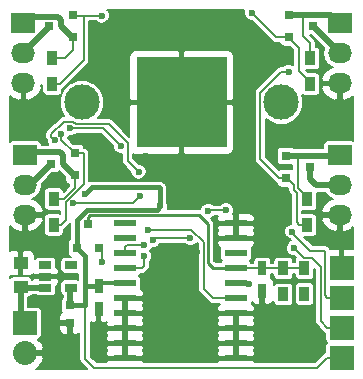
<source format=gbl>
G04 #@! TF.FileFunction,Copper,L2,Bot,Signal*
%FSLAX46Y46*%
G04 Gerber Fmt 4.6, Leading zero omitted, Abs format (unit mm)*
G04 Created by KiCad (PCBNEW 4.0.2+dfsg1-stable) date Sat 12 Nov 2016 15:30:03 AEDT*
%MOMM*%
G01*
G04 APERTURE LIST*
%ADD10C,0.100000*%
%ADD11C,0.600000*%
%ADD12R,1.060000X0.650000*%
%ADD13R,0.750000X1.200000*%
%ADD14R,0.800100X0.800100*%
%ADD15R,2.032000X1.727200*%
%ADD16O,2.032000X1.727200*%
%ADD17R,1.950000X0.600000*%
%ADD18R,2.032000X2.032000*%
%ADD19O,2.032000X2.032000*%
%ADD20R,0.900000X1.200000*%
%ADD21R,2.000000X2.000000*%
%ADD22C,3.000000*%
%ADD23R,7.620000X7.620000*%
%ADD24R,1.250000X1.000000*%
%ADD25R,0.750000X0.800000*%
%ADD26C,0.508000*%
%ADD27C,0.203200*%
%ADD28C,0.381000*%
%ADD29C,0.304800*%
%ADD30C,0.254000*%
%ADD31C,0.152400*%
G04 APERTURE END LIST*
D10*
D11*
X198600000Y-104500000D03*
X200950000Y-108550000D03*
X206350000Y-99010000D03*
X210390000Y-101190000D03*
X206660000Y-102190000D03*
X208800000Y-112960000D03*
X205010000Y-102370000D03*
X205270000Y-116690000D03*
X205298000Y-120650000D03*
X197000000Y-106800000D03*
X210250000Y-98230000D03*
X191200000Y-105750000D03*
X209800000Y-103700000D03*
X201200000Y-97150000D03*
X197450000Y-98250000D03*
D12*
X192448000Y-119695000D03*
X192448000Y-118745000D03*
X192448000Y-117795000D03*
X194648000Y-117795000D03*
X194648000Y-119695000D03*
D11*
X197100000Y-125700000D03*
X202350000Y-121200000D03*
X217650000Y-118000000D03*
X201200000Y-101600000D03*
X213750000Y-106700000D03*
D13*
X196977000Y-121473000D03*
X196977000Y-119573000D03*
D11*
X212150000Y-125320000D03*
X193950000Y-115650000D03*
X204650000Y-110050000D03*
D14*
X194929760Y-108270000D03*
X194929760Y-110170000D03*
X192930780Y-109220000D03*
X197038000Y-116316760D03*
X195138000Y-116316760D03*
X196088000Y-114317780D03*
D15*
X190750000Y-108450000D03*
D16*
X190750000Y-110990000D03*
X190750000Y-113530000D03*
D17*
X208600000Y-114235000D03*
X208600000Y-115505000D03*
X208600000Y-116775000D03*
X208600000Y-118045000D03*
X208600000Y-119315000D03*
X208600000Y-120585000D03*
X208600000Y-121855000D03*
X208600000Y-123125000D03*
X208600000Y-124395000D03*
X208600000Y-125665000D03*
X199200000Y-125665000D03*
X199200000Y-124395000D03*
X199200000Y-123125000D03*
X199200000Y-121855000D03*
X199200000Y-120585000D03*
X199200000Y-119315000D03*
X199200000Y-118045000D03*
X199200000Y-116775000D03*
X199200000Y-115505000D03*
X199200000Y-114235000D03*
D14*
X213121240Y-98486000D03*
X213121240Y-96586000D03*
X215120220Y-97536000D03*
D18*
X190754000Y-122682000D03*
D19*
X190754000Y-125222000D03*
D13*
X210820000Y-119949000D03*
X210820000Y-118049000D03*
D15*
X190600000Y-97300000D03*
D16*
X190600000Y-99840000D03*
X190600000Y-102380000D03*
D15*
X217400000Y-97300000D03*
D16*
X217400000Y-99840000D03*
X217400000Y-102380000D03*
D14*
X194802760Y-96586000D03*
X194802760Y-98486000D03*
X192803780Y-97536000D03*
D20*
X214400000Y-118026000D03*
X214400000Y-120226000D03*
X212600000Y-118050000D03*
X212600000Y-120250000D03*
X193040000Y-100246000D03*
X193040000Y-102446000D03*
X214884000Y-100246000D03*
X214884000Y-102446000D03*
X193167000Y-112184000D03*
X193167000Y-114384000D03*
D21*
X217551000Y-117983000D03*
X217551000Y-120523000D03*
X217551000Y-123063000D03*
X217551000Y-125603000D03*
D11*
X207700000Y-110300000D03*
D15*
X217400000Y-108450000D03*
D16*
X217400000Y-110990000D03*
X217400000Y-113530000D03*
D14*
X212867240Y-110424000D03*
X212867240Y-108524000D03*
X214866220Y-109474000D03*
D20*
X214630000Y-112184000D03*
X214630000Y-114384000D03*
D22*
X195565000Y-104000000D03*
X212435000Y-104000000D03*
D23*
X204000000Y-104000000D03*
D24*
X190373000Y-119618000D03*
X190373000Y-117618000D03*
D25*
X194564000Y-121170000D03*
X194564000Y-122670000D03*
D11*
X202197000Y-112776000D03*
X195834000Y-111760000D03*
X213487000Y-116332000D03*
X213360000Y-114935000D03*
X194564000Y-106172000D03*
X198882000Y-107696000D03*
X193252696Y-107214294D03*
X200350000Y-109850000D03*
X200450000Y-111950000D03*
X194835816Y-112539816D03*
X201588024Y-115616638D03*
X204724000Y-115473190D03*
X197231000Y-117475000D03*
X206248000Y-113157000D03*
X207755165Y-113140165D03*
X197231000Y-96647000D03*
X209931000Y-96393000D03*
X193802000Y-106680000D03*
X213080000Y-101400000D03*
X200850000Y-117000000D03*
X214400000Y-120250000D03*
X200850000Y-116100000D03*
X212600000Y-120250000D03*
X209677000Y-119380000D03*
X201168000Y-114762629D03*
D26*
X192448000Y-119695000D02*
X190439000Y-119695000D01*
X190439000Y-119695000D02*
X190373000Y-119761000D01*
X190373000Y-119761000D02*
X190373000Y-122301000D01*
X190373000Y-122301000D02*
X190754000Y-122682000D01*
D27*
X217551000Y-125603000D02*
X216347800Y-125603000D01*
X216347800Y-125603000D02*
X215458800Y-126492000D01*
X215458800Y-126492000D02*
X196596000Y-126492000D01*
X196596000Y-126492000D02*
X195822000Y-125718000D01*
X195822000Y-125718000D02*
X195822000Y-121170000D01*
D28*
X195834000Y-119634000D02*
X195834000Y-121158000D01*
X195834000Y-121158000D02*
X195822000Y-121170000D01*
X195822000Y-121170000D02*
X194564000Y-121170000D01*
X202125599Y-111180599D02*
X202197000Y-111252000D01*
X202197000Y-111252000D02*
X202197000Y-112776000D01*
X195138000Y-116316760D02*
X195138000Y-113949177D01*
X195138000Y-113949177D02*
X196019087Y-113068090D01*
X201904910Y-113068090D02*
X202197000Y-112776000D01*
X196019087Y-113068090D02*
X201904910Y-113068090D01*
X195834000Y-111760000D02*
X196413401Y-111180599D01*
X196413401Y-111180599D02*
X202125599Y-111180599D01*
D29*
X199200000Y-119315000D02*
X197235000Y-119315000D01*
X197235000Y-119315000D02*
X196977000Y-119573000D01*
X199875000Y-119315000D02*
X199200000Y-119315000D01*
D28*
X195834000Y-119634000D02*
X195834000Y-117012760D01*
X196977000Y-119573000D02*
X195895000Y-119573000D01*
X195895000Y-119573000D02*
X195834000Y-119634000D01*
X195834000Y-117012760D02*
X195138000Y-116316760D01*
D30*
X194770000Y-119573000D02*
X194648000Y-119695000D01*
D26*
X194564000Y-121170000D02*
X194564000Y-119779000D01*
X194564000Y-119779000D02*
X194648000Y-119695000D01*
D27*
X212598000Y-118026000D02*
X214376000Y-118026000D01*
X210820000Y-118049000D02*
X212575000Y-118049000D01*
X212575000Y-118049000D02*
X212598000Y-118026000D01*
X208600000Y-118045000D02*
X210816000Y-118045000D01*
X210816000Y-118045000D02*
X210820000Y-118049000D01*
D30*
X214357000Y-118045000D02*
X214376000Y-118026000D01*
X206248000Y-117602000D02*
X206691000Y-118045000D01*
X206691000Y-118045000D02*
X208600000Y-118045000D01*
X206248000Y-114300000D02*
X206248000Y-117602000D01*
X205486000Y-113538000D02*
X206248000Y-114300000D01*
X196213730Y-113538000D02*
X205486000Y-113538000D01*
X196088000Y-114317780D02*
X196088000Y-113663730D01*
X196088000Y-113663730D02*
X196213730Y-113538000D01*
D27*
X194140000Y-100246000D02*
X194802760Y-99583240D01*
X194802760Y-99583240D02*
X194802760Y-98486000D01*
X193040000Y-100246000D02*
X194140000Y-100246000D01*
D26*
X193802000Y-97536000D02*
X193802000Y-97002598D01*
X193802000Y-97002598D02*
X193528951Y-96729549D01*
X194752000Y-98486000D02*
X193802000Y-97536000D01*
X194802760Y-98486000D02*
X194752000Y-98486000D01*
X193528951Y-96729549D02*
X191170451Y-96729549D01*
X191170451Y-96729549D02*
X190600000Y-97300000D01*
X192803780Y-97536000D02*
X192803780Y-97636220D01*
X192803780Y-97636220D02*
X190600000Y-99840000D01*
D31*
X194929760Y-111267240D02*
X194013000Y-112184000D01*
X194013000Y-112184000D02*
X193167000Y-112184000D01*
X194929760Y-110170000D02*
X194929760Y-111267240D01*
D26*
X193675000Y-108204000D02*
X190754000Y-108204000D01*
X193929000Y-108458000D02*
X193675000Y-108204000D01*
X193929000Y-109220000D02*
X193929000Y-108458000D01*
X194879000Y-110170000D02*
X193929000Y-109220000D01*
X194929760Y-110170000D02*
X194879000Y-110170000D01*
X190750000Y-110990000D02*
X191160780Y-110990000D01*
X191160780Y-110990000D02*
X192930780Y-109220000D01*
D27*
X214884000Y-98991458D02*
X214249000Y-98356458D01*
D26*
X213121240Y-96586000D02*
X214249000Y-96586000D01*
X214249000Y-96586000D02*
X216686000Y-96586000D01*
D27*
X214249000Y-98356458D02*
X214249000Y-96586000D01*
X214884000Y-100246000D02*
X214884000Y-98991458D01*
D26*
X216686000Y-96586000D02*
X217400000Y-97300000D01*
X215120220Y-97536000D02*
X215120220Y-97560220D01*
X215120220Y-97560220D02*
X217400000Y-99840000D01*
D27*
X215773000Y-122488200D02*
X215773000Y-117915798D01*
X215773000Y-117915798D02*
X215029201Y-117171999D01*
X215029201Y-117171999D02*
X214326999Y-117171999D01*
X214326999Y-117171999D02*
X213487000Y-116332000D01*
X217551000Y-123063000D02*
X216347800Y-123063000D01*
X216347800Y-123063000D02*
X215773000Y-122488200D01*
X216154000Y-116586000D02*
X214884000Y-116586000D01*
X214884000Y-116586000D02*
X213360000Y-115062000D01*
X213360000Y-115062000D02*
X213360000Y-114935000D01*
X216154000Y-120329200D02*
X216154000Y-116586000D01*
X217551000Y-120523000D02*
X216347800Y-120523000D01*
X216347800Y-120523000D02*
X216154000Y-120329200D01*
X198882000Y-107696000D02*
X197358000Y-106172000D01*
X197358000Y-106172000D02*
X194564000Y-106172000D01*
X199436001Y-107430079D02*
X199436001Y-108936001D01*
X199436001Y-108936001D02*
X200350000Y-109850000D01*
X193252696Y-107214294D02*
X192952697Y-106914295D01*
X192952697Y-106709381D02*
X194044079Y-105617999D01*
X192952697Y-106914295D02*
X192952697Y-106709381D01*
X194044079Y-105617999D02*
X194829921Y-105617999D01*
X194829921Y-105617999D02*
X195028313Y-105816391D01*
X197822313Y-105816391D02*
X199436001Y-107430079D01*
X195028313Y-105816391D02*
X197822313Y-105816391D01*
X199626184Y-112539816D02*
X199860184Y-112539816D01*
X199860184Y-112539816D02*
X200450000Y-111950000D01*
X199626184Y-112539816D02*
X194835816Y-112539816D01*
X204724000Y-115473190D02*
X201731472Y-115473190D01*
X201731472Y-115473190D02*
X201588024Y-115616638D01*
X197231000Y-117475000D02*
X197231000Y-116509760D01*
X197231000Y-116509760D02*
X197038000Y-116316760D01*
X207755165Y-113140165D02*
X206264835Y-113140165D01*
X206264835Y-113140165D02*
X206248000Y-113157000D01*
X197231000Y-96647000D02*
X195707000Y-96647000D01*
X195707000Y-96647000D02*
X194863760Y-96647000D01*
X193040000Y-102446000D02*
X193693200Y-102446000D01*
X193693200Y-102446000D02*
X195707000Y-100432200D01*
X195707000Y-100432200D02*
X195707000Y-96647000D01*
X194863760Y-96647000D02*
X194802760Y-96586000D01*
X209931000Y-96393000D02*
X212024000Y-98486000D01*
X212024000Y-98486000D02*
X213121240Y-98486000D01*
X213121240Y-98567240D02*
X213934000Y-99380000D01*
X213121240Y-98486000D02*
X213121240Y-98567240D01*
X213934000Y-101346000D02*
X213934000Y-99380000D01*
X214884000Y-102446000D02*
X214884000Y-102296000D01*
X214884000Y-102296000D02*
X213934000Y-101346000D01*
X193802000Y-106680000D02*
X193802000Y-107142240D01*
X193802000Y-107142240D02*
X194929760Y-108270000D01*
D31*
X195707000Y-110921066D02*
X195707000Y-108331000D01*
X195707000Y-108331000D02*
X195646000Y-108270000D01*
X193167000Y-114384000D02*
X193769400Y-114384000D01*
X193769400Y-114384000D02*
X194183000Y-113970400D01*
X195646000Y-108270000D02*
X194929760Y-108270000D01*
X194183000Y-113970400D02*
X194183000Y-112445066D01*
X194183000Y-112445066D02*
X195707000Y-110921066D01*
D27*
X212867240Y-110424000D02*
X212263990Y-110424000D01*
X212263990Y-110424000D02*
X210660000Y-108820010D01*
X210660000Y-108820010D02*
X210660000Y-103179078D01*
X213080000Y-101400000D02*
X212439078Y-101400000D01*
X212439078Y-101400000D02*
X210660000Y-103179078D01*
X213512390Y-111419298D02*
X213741000Y-111647908D01*
X212913000Y-110424000D02*
X213512390Y-111023390D01*
X213512390Y-111023390D02*
X213512390Y-111419298D01*
X212867240Y-110424000D02*
X212913000Y-110424000D01*
X213741000Y-114148200D02*
X213741000Y-111647908D01*
X214630000Y-114384000D02*
X213976800Y-114384000D01*
X213976800Y-114384000D02*
X213741000Y-114148200D01*
X200850000Y-117850000D02*
X200655000Y-118045000D01*
X200655000Y-118045000D02*
X199200000Y-118045000D01*
X200850000Y-117000000D02*
X200850000Y-117850000D01*
X200850000Y-116100000D02*
X199371800Y-116100000D01*
X199371800Y-116100000D02*
X199200000Y-116271800D01*
X199200000Y-116271800D02*
X199200000Y-116775000D01*
X208600000Y-119315000D02*
X209612000Y-119315000D01*
X209612000Y-119315000D02*
X209677000Y-119380000D01*
X205866990Y-119760990D02*
X206691000Y-120585000D01*
X206691000Y-120585000D02*
X208600000Y-120585000D01*
X201168000Y-114762629D02*
X204833361Y-114762629D01*
X205866990Y-115796258D02*
X205866990Y-119760990D01*
X204833361Y-114762629D02*
X205866990Y-115796258D01*
D26*
X212867240Y-108524000D02*
X213868000Y-108524000D01*
X213868000Y-108524000D02*
X217326000Y-108524000D01*
D27*
X213868000Y-111272000D02*
X213868000Y-108524000D01*
X214630000Y-112184000D02*
X214630000Y-112034000D01*
X214630000Y-112034000D02*
X213868000Y-111272000D01*
D26*
X217326000Y-108524000D02*
X217400000Y-108450000D01*
X214866220Y-109474000D02*
X214884000Y-109474000D01*
X214884000Y-109474000D02*
X214884000Y-110490000D01*
X214884000Y-110490000D02*
X215384000Y-110990000D01*
X215384000Y-110990000D02*
X217400000Y-110990000D01*
D27*
G36*
X194141246Y-110330272D02*
X194141246Y-110570050D01*
X194167813Y-110711240D01*
X194251256Y-110840915D01*
X194378576Y-110927909D01*
X194472560Y-110946941D01*
X194472560Y-111077861D01*
X193999281Y-111551141D01*
X193978897Y-111442810D01*
X193895454Y-111313135D01*
X193768134Y-111226141D01*
X193617000Y-111195536D01*
X192717000Y-111195536D01*
X192575810Y-111222103D01*
X192446135Y-111305546D01*
X192359141Y-111432866D01*
X192328536Y-111584000D01*
X192328536Y-112784000D01*
X192355103Y-112925190D01*
X192438546Y-113054865D01*
X192565866Y-113141859D01*
X192717000Y-113172464D01*
X193617000Y-113172464D01*
X193725800Y-113151992D01*
X193725800Y-113417568D01*
X193617000Y-113395536D01*
X192717000Y-113395536D01*
X192575810Y-113422103D01*
X192446135Y-113505546D01*
X192359141Y-113632866D01*
X192328536Y-113784000D01*
X192328536Y-114984000D01*
X192355103Y-115125190D01*
X192438546Y-115254865D01*
X192565866Y-115341859D01*
X192717000Y-115372464D01*
X193617000Y-115372464D01*
X193758190Y-115345897D01*
X193887865Y-115262454D01*
X193974859Y-115135134D01*
X194005464Y-114984000D01*
X194005464Y-114765571D01*
X194092689Y-114707289D01*
X194506289Y-114293689D01*
X194566500Y-114203578D01*
X194566500Y-115574285D01*
X194467085Y-115638256D01*
X194380091Y-115765576D01*
X194349486Y-115916710D01*
X194349486Y-116716810D01*
X194376053Y-116858000D01*
X194459496Y-116987675D01*
X194586816Y-117074669D01*
X194620727Y-117081536D01*
X194118000Y-117081536D01*
X193976810Y-117108103D01*
X193847135Y-117191546D01*
X193760141Y-117318866D01*
X193729536Y-117470000D01*
X193729536Y-118120000D01*
X193756103Y-118261190D01*
X193839546Y-118390865D01*
X193966866Y-118477859D01*
X194118000Y-118508464D01*
X195178000Y-118508464D01*
X195262500Y-118492564D01*
X195262500Y-118998647D01*
X195178000Y-118981536D01*
X194118000Y-118981536D01*
X193976810Y-119008103D01*
X193847135Y-119091546D01*
X193760141Y-119218866D01*
X193729536Y-119370000D01*
X193729536Y-120020000D01*
X193756103Y-120161190D01*
X193839546Y-120290865D01*
X193929000Y-120351986D01*
X193929000Y-120484555D01*
X193918135Y-120491546D01*
X193831141Y-120618866D01*
X193800536Y-120770000D01*
X193800536Y-121570000D01*
X193827103Y-121711190D01*
X193851940Y-121749788D01*
X193843689Y-121753206D01*
X193672206Y-121924689D01*
X193579400Y-122148743D01*
X193579400Y-122365200D01*
X193731800Y-122517600D01*
X194411600Y-122517600D01*
X194411600Y-122497600D01*
X194716400Y-122497600D01*
X194716400Y-122517600D01*
X194736400Y-122517600D01*
X194736400Y-122822400D01*
X194716400Y-122822400D01*
X194716400Y-123527200D01*
X194868800Y-123679600D01*
X195060257Y-123679600D01*
X195284311Y-123586794D01*
X195339400Y-123531705D01*
X195339400Y-125718000D01*
X195376136Y-125902683D01*
X195480750Y-126059250D01*
X195965500Y-126544000D01*
X191684407Y-126544000D01*
X191729581Y-126522328D01*
X192152933Y-126050008D01*
X192328674Y-125625703D01*
X192219296Y-125374400D01*
X190906400Y-125374400D01*
X190906400Y-125394400D01*
X190601600Y-125394400D01*
X190601600Y-125374400D01*
X190581600Y-125374400D01*
X190581600Y-125069600D01*
X190601600Y-125069600D01*
X190601600Y-125049600D01*
X190906400Y-125049600D01*
X190906400Y-125069600D01*
X192219296Y-125069600D01*
X192328674Y-124818297D01*
X192152933Y-124393992D01*
X191861805Y-124069190D01*
X191911190Y-124059897D01*
X192040865Y-123976454D01*
X192127859Y-123849134D01*
X192158464Y-123698000D01*
X192158464Y-122974800D01*
X193579400Y-122974800D01*
X193579400Y-123191257D01*
X193672206Y-123415311D01*
X193843689Y-123586794D01*
X194067743Y-123679600D01*
X194259200Y-123679600D01*
X194411600Y-123527200D01*
X194411600Y-122822400D01*
X193731800Y-122822400D01*
X193579400Y-122974800D01*
X192158464Y-122974800D01*
X192158464Y-121666000D01*
X192131897Y-121524810D01*
X192048454Y-121395135D01*
X191921134Y-121308141D01*
X191770000Y-121277536D01*
X191008000Y-121277536D01*
X191008000Y-120504582D01*
X191139190Y-120479897D01*
X191268865Y-120396454D01*
X191314271Y-120330000D01*
X191696822Y-120330000D01*
X191766866Y-120377859D01*
X191918000Y-120408464D01*
X192978000Y-120408464D01*
X193119190Y-120381897D01*
X193248865Y-120298454D01*
X193335859Y-120171134D01*
X193366464Y-120020000D01*
X193366464Y-119543641D01*
X193494794Y-119415311D01*
X193587600Y-119191257D01*
X193587600Y-119049800D01*
X193435200Y-118897400D01*
X192600400Y-118897400D01*
X192600400Y-118917400D01*
X192295600Y-118917400D01*
X192295600Y-118897400D01*
X191460800Y-118897400D01*
X191363301Y-118994899D01*
X191359897Y-118976810D01*
X191276454Y-118847135D01*
X191149134Y-118760141D01*
X190998000Y-118729536D01*
X189748000Y-118729536D01*
X189606810Y-118756103D01*
X189477135Y-118839546D01*
X189456000Y-118870478D01*
X189456000Y-118656876D01*
X189626743Y-118727600D01*
X190068200Y-118727600D01*
X190220600Y-118575200D01*
X190220600Y-117770400D01*
X190200600Y-117770400D01*
X190200600Y-117465600D01*
X190220600Y-117465600D01*
X190220600Y-116660800D01*
X190525400Y-116660800D01*
X190525400Y-117465600D01*
X190545400Y-117465600D01*
X190545400Y-117770400D01*
X190525400Y-117770400D01*
X190525400Y-118575200D01*
X190677800Y-118727600D01*
X191119257Y-118727600D01*
X191343311Y-118634794D01*
X191423153Y-118554953D01*
X191460800Y-118592600D01*
X192295600Y-118592600D01*
X192295600Y-118572600D01*
X192600400Y-118572600D01*
X192600400Y-118592600D01*
X193435200Y-118592600D01*
X193587600Y-118440200D01*
X193587600Y-118298743D01*
X193494794Y-118074689D01*
X193366464Y-117946359D01*
X193366464Y-117470000D01*
X193339897Y-117328810D01*
X193256454Y-117199135D01*
X193129134Y-117112141D01*
X192978000Y-117081536D01*
X191918000Y-117081536D01*
X191776810Y-117108103D01*
X191647135Y-117191546D01*
X191607600Y-117249407D01*
X191607600Y-116996743D01*
X191514794Y-116772689D01*
X191343311Y-116601206D01*
X191119257Y-116508400D01*
X190677800Y-116508400D01*
X190525400Y-116660800D01*
X190220600Y-116660800D01*
X190068200Y-116508400D01*
X189626743Y-116508400D01*
X189456000Y-116579124D01*
X189456000Y-114442369D01*
X189827856Y-114786109D01*
X190367141Y-114985062D01*
X190597600Y-114850800D01*
X190597600Y-113682400D01*
X190902400Y-113682400D01*
X190902400Y-114850800D01*
X191132859Y-114985062D01*
X191672144Y-114786109D01*
X192094243Y-114395925D01*
X192325815Y-113909746D01*
X192214378Y-113682400D01*
X190902400Y-113682400D01*
X190597600Y-113682400D01*
X190577600Y-113682400D01*
X190577600Y-113377600D01*
X190597600Y-113377600D01*
X190597600Y-113357600D01*
X190902400Y-113357600D01*
X190902400Y-113377600D01*
X192214378Y-113377600D01*
X192325815Y-113150254D01*
X192094243Y-112664075D01*
X191672144Y-112273891D01*
X191342894Y-112152424D01*
X191406057Y-112139860D01*
X191809834Y-111870065D01*
X192079629Y-111466288D01*
X192174369Y-110990000D01*
X192155196Y-110893610D01*
X193040292Y-110008514D01*
X193330830Y-110008514D01*
X193472020Y-109981947D01*
X193601695Y-109898504D01*
X193645446Y-109834472D01*
X194141246Y-110330272D01*
X194141246Y-110330272D01*
G37*
X194141246Y-110330272D02*
X194141246Y-110570050D01*
X194167813Y-110711240D01*
X194251256Y-110840915D01*
X194378576Y-110927909D01*
X194472560Y-110946941D01*
X194472560Y-111077861D01*
X193999281Y-111551141D01*
X193978897Y-111442810D01*
X193895454Y-111313135D01*
X193768134Y-111226141D01*
X193617000Y-111195536D01*
X192717000Y-111195536D01*
X192575810Y-111222103D01*
X192446135Y-111305546D01*
X192359141Y-111432866D01*
X192328536Y-111584000D01*
X192328536Y-112784000D01*
X192355103Y-112925190D01*
X192438546Y-113054865D01*
X192565866Y-113141859D01*
X192717000Y-113172464D01*
X193617000Y-113172464D01*
X193725800Y-113151992D01*
X193725800Y-113417568D01*
X193617000Y-113395536D01*
X192717000Y-113395536D01*
X192575810Y-113422103D01*
X192446135Y-113505546D01*
X192359141Y-113632866D01*
X192328536Y-113784000D01*
X192328536Y-114984000D01*
X192355103Y-115125190D01*
X192438546Y-115254865D01*
X192565866Y-115341859D01*
X192717000Y-115372464D01*
X193617000Y-115372464D01*
X193758190Y-115345897D01*
X193887865Y-115262454D01*
X193974859Y-115135134D01*
X194005464Y-114984000D01*
X194005464Y-114765571D01*
X194092689Y-114707289D01*
X194506289Y-114293689D01*
X194566500Y-114203578D01*
X194566500Y-115574285D01*
X194467085Y-115638256D01*
X194380091Y-115765576D01*
X194349486Y-115916710D01*
X194349486Y-116716810D01*
X194376053Y-116858000D01*
X194459496Y-116987675D01*
X194586816Y-117074669D01*
X194620727Y-117081536D01*
X194118000Y-117081536D01*
X193976810Y-117108103D01*
X193847135Y-117191546D01*
X193760141Y-117318866D01*
X193729536Y-117470000D01*
X193729536Y-118120000D01*
X193756103Y-118261190D01*
X193839546Y-118390865D01*
X193966866Y-118477859D01*
X194118000Y-118508464D01*
X195178000Y-118508464D01*
X195262500Y-118492564D01*
X195262500Y-118998647D01*
X195178000Y-118981536D01*
X194118000Y-118981536D01*
X193976810Y-119008103D01*
X193847135Y-119091546D01*
X193760141Y-119218866D01*
X193729536Y-119370000D01*
X193729536Y-120020000D01*
X193756103Y-120161190D01*
X193839546Y-120290865D01*
X193929000Y-120351986D01*
X193929000Y-120484555D01*
X193918135Y-120491546D01*
X193831141Y-120618866D01*
X193800536Y-120770000D01*
X193800536Y-121570000D01*
X193827103Y-121711190D01*
X193851940Y-121749788D01*
X193843689Y-121753206D01*
X193672206Y-121924689D01*
X193579400Y-122148743D01*
X193579400Y-122365200D01*
X193731800Y-122517600D01*
X194411600Y-122517600D01*
X194411600Y-122497600D01*
X194716400Y-122497600D01*
X194716400Y-122517600D01*
X194736400Y-122517600D01*
X194736400Y-122822400D01*
X194716400Y-122822400D01*
X194716400Y-123527200D01*
X194868800Y-123679600D01*
X195060257Y-123679600D01*
X195284311Y-123586794D01*
X195339400Y-123531705D01*
X195339400Y-125718000D01*
X195376136Y-125902683D01*
X195480750Y-126059250D01*
X195965500Y-126544000D01*
X191684407Y-126544000D01*
X191729581Y-126522328D01*
X192152933Y-126050008D01*
X192328674Y-125625703D01*
X192219296Y-125374400D01*
X190906400Y-125374400D01*
X190906400Y-125394400D01*
X190601600Y-125394400D01*
X190601600Y-125374400D01*
X190581600Y-125374400D01*
X190581600Y-125069600D01*
X190601600Y-125069600D01*
X190601600Y-125049600D01*
X190906400Y-125049600D01*
X190906400Y-125069600D01*
X192219296Y-125069600D01*
X192328674Y-124818297D01*
X192152933Y-124393992D01*
X191861805Y-124069190D01*
X191911190Y-124059897D01*
X192040865Y-123976454D01*
X192127859Y-123849134D01*
X192158464Y-123698000D01*
X192158464Y-122974800D01*
X193579400Y-122974800D01*
X193579400Y-123191257D01*
X193672206Y-123415311D01*
X193843689Y-123586794D01*
X194067743Y-123679600D01*
X194259200Y-123679600D01*
X194411600Y-123527200D01*
X194411600Y-122822400D01*
X193731800Y-122822400D01*
X193579400Y-122974800D01*
X192158464Y-122974800D01*
X192158464Y-121666000D01*
X192131897Y-121524810D01*
X192048454Y-121395135D01*
X191921134Y-121308141D01*
X191770000Y-121277536D01*
X191008000Y-121277536D01*
X191008000Y-120504582D01*
X191139190Y-120479897D01*
X191268865Y-120396454D01*
X191314271Y-120330000D01*
X191696822Y-120330000D01*
X191766866Y-120377859D01*
X191918000Y-120408464D01*
X192978000Y-120408464D01*
X193119190Y-120381897D01*
X193248865Y-120298454D01*
X193335859Y-120171134D01*
X193366464Y-120020000D01*
X193366464Y-119543641D01*
X193494794Y-119415311D01*
X193587600Y-119191257D01*
X193587600Y-119049800D01*
X193435200Y-118897400D01*
X192600400Y-118897400D01*
X192600400Y-118917400D01*
X192295600Y-118917400D01*
X192295600Y-118897400D01*
X191460800Y-118897400D01*
X191363301Y-118994899D01*
X191359897Y-118976810D01*
X191276454Y-118847135D01*
X191149134Y-118760141D01*
X190998000Y-118729536D01*
X189748000Y-118729536D01*
X189606810Y-118756103D01*
X189477135Y-118839546D01*
X189456000Y-118870478D01*
X189456000Y-118656876D01*
X189626743Y-118727600D01*
X190068200Y-118727600D01*
X190220600Y-118575200D01*
X190220600Y-117770400D01*
X190200600Y-117770400D01*
X190200600Y-117465600D01*
X190220600Y-117465600D01*
X190220600Y-116660800D01*
X190525400Y-116660800D01*
X190525400Y-117465600D01*
X190545400Y-117465600D01*
X190545400Y-117770400D01*
X190525400Y-117770400D01*
X190525400Y-118575200D01*
X190677800Y-118727600D01*
X191119257Y-118727600D01*
X191343311Y-118634794D01*
X191423153Y-118554953D01*
X191460800Y-118592600D01*
X192295600Y-118592600D01*
X192295600Y-118572600D01*
X192600400Y-118572600D01*
X192600400Y-118592600D01*
X193435200Y-118592600D01*
X193587600Y-118440200D01*
X193587600Y-118298743D01*
X193494794Y-118074689D01*
X193366464Y-117946359D01*
X193366464Y-117470000D01*
X193339897Y-117328810D01*
X193256454Y-117199135D01*
X193129134Y-117112141D01*
X192978000Y-117081536D01*
X191918000Y-117081536D01*
X191776810Y-117108103D01*
X191647135Y-117191546D01*
X191607600Y-117249407D01*
X191607600Y-116996743D01*
X191514794Y-116772689D01*
X191343311Y-116601206D01*
X191119257Y-116508400D01*
X190677800Y-116508400D01*
X190525400Y-116660800D01*
X190220600Y-116660800D01*
X190068200Y-116508400D01*
X189626743Y-116508400D01*
X189456000Y-116579124D01*
X189456000Y-114442369D01*
X189827856Y-114786109D01*
X190367141Y-114985062D01*
X190597600Y-114850800D01*
X190597600Y-113682400D01*
X190902400Y-113682400D01*
X190902400Y-114850800D01*
X191132859Y-114985062D01*
X191672144Y-114786109D01*
X192094243Y-114395925D01*
X192325815Y-113909746D01*
X192214378Y-113682400D01*
X190902400Y-113682400D01*
X190597600Y-113682400D01*
X190577600Y-113682400D01*
X190577600Y-113377600D01*
X190597600Y-113377600D01*
X190597600Y-113357600D01*
X190902400Y-113357600D01*
X190902400Y-113377600D01*
X192214378Y-113377600D01*
X192325815Y-113150254D01*
X192094243Y-112664075D01*
X191672144Y-112273891D01*
X191342894Y-112152424D01*
X191406057Y-112139860D01*
X191809834Y-111870065D01*
X192079629Y-111466288D01*
X192174369Y-110990000D01*
X192155196Y-110893610D01*
X193040292Y-110008514D01*
X193330830Y-110008514D01*
X193472020Y-109981947D01*
X193601695Y-109898504D01*
X193645446Y-109834472D01*
X194141246Y-110330272D01*
G36*
X205384390Y-115996158D02*
X205384390Y-119760990D01*
X205421126Y-119945673D01*
X205525740Y-120102240D01*
X206349750Y-120926250D01*
X206506317Y-121030864D01*
X206691000Y-121067600D01*
X207250295Y-121067600D01*
X207108206Y-121209689D01*
X207015400Y-121433743D01*
X207015400Y-121552600D01*
X207167800Y-121705000D01*
X208447600Y-121705000D01*
X208447600Y-121682600D01*
X208752400Y-121682600D01*
X208752400Y-121705000D01*
X210032200Y-121705000D01*
X210184600Y-121552600D01*
X210184600Y-121433743D01*
X210091794Y-121209689D01*
X209926924Y-121044819D01*
X209932859Y-121036134D01*
X209955959Y-120922064D01*
X210099689Y-121065794D01*
X210323743Y-121158600D01*
X210515200Y-121158600D01*
X210667600Y-121006200D01*
X210667600Y-120101400D01*
X210647600Y-120101400D01*
X210647600Y-119796600D01*
X210667600Y-119796600D01*
X210667600Y-119776600D01*
X210972400Y-119776600D01*
X210972400Y-119796600D01*
X210992400Y-119796600D01*
X210992400Y-120101400D01*
X210972400Y-120101400D01*
X210972400Y-121006200D01*
X211124800Y-121158600D01*
X211316257Y-121158600D01*
X211540311Y-121065794D01*
X211711794Y-120894311D01*
X211761536Y-120774223D01*
X211761536Y-120850000D01*
X211788103Y-120991190D01*
X211871546Y-121120865D01*
X211998866Y-121207859D01*
X212150000Y-121238464D01*
X213050000Y-121238464D01*
X213191190Y-121211897D01*
X213320865Y-121128454D01*
X213407859Y-121001134D01*
X213438464Y-120850000D01*
X213438464Y-119650000D01*
X213433949Y-119626000D01*
X213561536Y-119626000D01*
X213561536Y-120826000D01*
X213588103Y-120967190D01*
X213671546Y-121096865D01*
X213798866Y-121183859D01*
X213950000Y-121214464D01*
X214850000Y-121214464D01*
X214991190Y-121187897D01*
X215120865Y-121104454D01*
X215207859Y-120977134D01*
X215238464Y-120826000D01*
X215238464Y-119626000D01*
X215211897Y-119484810D01*
X215128454Y-119355135D01*
X215001134Y-119268141D01*
X214850000Y-119237536D01*
X213950000Y-119237536D01*
X213808810Y-119264103D01*
X213679135Y-119347546D01*
X213592141Y-119474866D01*
X213561536Y-119626000D01*
X213433949Y-119626000D01*
X213411897Y-119508810D01*
X213328454Y-119379135D01*
X213201134Y-119292141D01*
X213050000Y-119261536D01*
X212150000Y-119261536D01*
X212008810Y-119288103D01*
X211879135Y-119371546D01*
X211804600Y-119480632D01*
X211804600Y-119227743D01*
X211711794Y-119003689D01*
X211540311Y-118832206D01*
X211533011Y-118829182D01*
X211552859Y-118800134D01*
X211583464Y-118649000D01*
X211583464Y-118531600D01*
X211761536Y-118531600D01*
X211761536Y-118650000D01*
X211788103Y-118791190D01*
X211871546Y-118920865D01*
X211998866Y-119007859D01*
X212150000Y-119038464D01*
X213050000Y-119038464D01*
X213191190Y-119011897D01*
X213320865Y-118928454D01*
X213407859Y-118801134D01*
X213438464Y-118650000D01*
X213438464Y-118508600D01*
X213561536Y-118508600D01*
X213561536Y-118626000D01*
X213588103Y-118767190D01*
X213671546Y-118896865D01*
X213798866Y-118983859D01*
X213950000Y-119014464D01*
X214850000Y-119014464D01*
X214991190Y-118987897D01*
X215120865Y-118904454D01*
X215207859Y-118777134D01*
X215238464Y-118626000D01*
X215238464Y-118063761D01*
X215290400Y-118115697D01*
X215290400Y-122488200D01*
X215327136Y-122672883D01*
X215431750Y-122829450D01*
X216006550Y-123404250D01*
X216162536Y-123508476D01*
X216162536Y-124063000D01*
X216189103Y-124204190D01*
X216272546Y-124333865D01*
X216273379Y-124334434D01*
X216193141Y-124451866D01*
X216162536Y-124603000D01*
X216162536Y-125157524D01*
X216006550Y-125261750D01*
X215258900Y-126009400D01*
X210184600Y-126009400D01*
X210184600Y-125967400D01*
X210032200Y-125815000D01*
X208752400Y-125815000D01*
X208752400Y-125837400D01*
X208447600Y-125837400D01*
X208447600Y-125815000D01*
X207167800Y-125815000D01*
X207015400Y-125967400D01*
X207015400Y-126009400D01*
X200784600Y-126009400D01*
X200784600Y-125967400D01*
X200632200Y-125815000D01*
X199352400Y-125815000D01*
X199352400Y-125837400D01*
X199047600Y-125837400D01*
X199047600Y-125815000D01*
X197767800Y-125815000D01*
X197615400Y-125967400D01*
X197615400Y-126009400D01*
X196795900Y-126009400D01*
X196304600Y-125518100D01*
X196304600Y-124697400D01*
X197615400Y-124697400D01*
X197615400Y-124816257D01*
X197703935Y-125030000D01*
X197615400Y-125243743D01*
X197615400Y-125362600D01*
X197767800Y-125515000D01*
X199047600Y-125515000D01*
X199047600Y-124545000D01*
X199352400Y-124545000D01*
X199352400Y-125515000D01*
X200632200Y-125515000D01*
X200784600Y-125362600D01*
X200784600Y-125243743D01*
X200696065Y-125030000D01*
X200784600Y-124816257D01*
X200784600Y-124697400D01*
X207015400Y-124697400D01*
X207015400Y-124816257D01*
X207103935Y-125030000D01*
X207015400Y-125243743D01*
X207015400Y-125362600D01*
X207167800Y-125515000D01*
X208447600Y-125515000D01*
X208447600Y-124545000D01*
X208752400Y-124545000D01*
X208752400Y-125515000D01*
X210032200Y-125515000D01*
X210184600Y-125362600D01*
X210184600Y-125243743D01*
X210096065Y-125030000D01*
X210184600Y-124816257D01*
X210184600Y-124697400D01*
X210032200Y-124545000D01*
X208752400Y-124545000D01*
X208447600Y-124545000D01*
X207167800Y-124545000D01*
X207015400Y-124697400D01*
X200784600Y-124697400D01*
X200632200Y-124545000D01*
X199352400Y-124545000D01*
X199047600Y-124545000D01*
X197767800Y-124545000D01*
X197615400Y-124697400D01*
X196304600Y-124697400D01*
X196304600Y-123427400D01*
X197615400Y-123427400D01*
X197615400Y-123546257D01*
X197703935Y-123760000D01*
X197615400Y-123973743D01*
X197615400Y-124092600D01*
X197767800Y-124245000D01*
X199047600Y-124245000D01*
X199047600Y-123275000D01*
X199352400Y-123275000D01*
X199352400Y-124245000D01*
X200632200Y-124245000D01*
X200784600Y-124092600D01*
X200784600Y-123973743D01*
X200696065Y-123760000D01*
X200784600Y-123546257D01*
X200784600Y-123427400D01*
X207015400Y-123427400D01*
X207015400Y-123546257D01*
X207103935Y-123760000D01*
X207015400Y-123973743D01*
X207015400Y-124092600D01*
X207167800Y-124245000D01*
X208447600Y-124245000D01*
X208447600Y-123275000D01*
X208752400Y-123275000D01*
X208752400Y-124245000D01*
X210032200Y-124245000D01*
X210184600Y-124092600D01*
X210184600Y-123973743D01*
X210096065Y-123760000D01*
X210184600Y-123546257D01*
X210184600Y-123427400D01*
X210032200Y-123275000D01*
X208752400Y-123275000D01*
X208447600Y-123275000D01*
X207167800Y-123275000D01*
X207015400Y-123427400D01*
X200784600Y-123427400D01*
X200632200Y-123275000D01*
X199352400Y-123275000D01*
X199047600Y-123275000D01*
X197767800Y-123275000D01*
X197615400Y-123427400D01*
X196304600Y-123427400D01*
X196304600Y-122609639D01*
X196480743Y-122682600D01*
X196672200Y-122682600D01*
X196824600Y-122530200D01*
X196824600Y-121625400D01*
X196804600Y-121625400D01*
X196804600Y-121320600D01*
X196824600Y-121320600D01*
X196824600Y-121300600D01*
X197129400Y-121300600D01*
X197129400Y-121320600D01*
X197149400Y-121320600D01*
X197149400Y-121625400D01*
X197129400Y-121625400D01*
X197129400Y-122530200D01*
X197281800Y-122682600D01*
X197473257Y-122682600D01*
X197655410Y-122607150D01*
X197615400Y-122703743D01*
X197615400Y-122822600D01*
X197767800Y-122975000D01*
X199047600Y-122975000D01*
X199047600Y-122005000D01*
X199352400Y-122005000D01*
X199352400Y-122975000D01*
X200632200Y-122975000D01*
X200784600Y-122822600D01*
X200784600Y-122703743D01*
X200696065Y-122490000D01*
X200784600Y-122276257D01*
X200784600Y-122157400D01*
X207015400Y-122157400D01*
X207015400Y-122276257D01*
X207103935Y-122490000D01*
X207015400Y-122703743D01*
X207015400Y-122822600D01*
X207167800Y-122975000D01*
X208447600Y-122975000D01*
X208447600Y-122005000D01*
X208752400Y-122005000D01*
X208752400Y-122975000D01*
X210032200Y-122975000D01*
X210184600Y-122822600D01*
X210184600Y-122703743D01*
X210096065Y-122490000D01*
X210184600Y-122276257D01*
X210184600Y-122157400D01*
X210032200Y-122005000D01*
X208752400Y-122005000D01*
X208447600Y-122005000D01*
X207167800Y-122005000D01*
X207015400Y-122157400D01*
X200784600Y-122157400D01*
X200632200Y-122005000D01*
X199352400Y-122005000D01*
X199047600Y-122005000D01*
X199027600Y-122005000D01*
X199027600Y-121705000D01*
X199047600Y-121705000D01*
X199047600Y-120735000D01*
X199352400Y-120735000D01*
X199352400Y-121705000D01*
X200632200Y-121705000D01*
X200784600Y-121552600D01*
X200784600Y-121433743D01*
X200696065Y-121220000D01*
X200784600Y-121006257D01*
X200784600Y-120887400D01*
X200632200Y-120735000D01*
X199352400Y-120735000D01*
X199047600Y-120735000D01*
X199027600Y-120735000D01*
X199027600Y-120435000D01*
X199047600Y-120435000D01*
X199047600Y-120412600D01*
X199352400Y-120412600D01*
X199352400Y-120435000D01*
X200632200Y-120435000D01*
X200784600Y-120282600D01*
X200784600Y-120163743D01*
X200691794Y-119939689D01*
X200526924Y-119774819D01*
X200532859Y-119766134D01*
X200563464Y-119615000D01*
X200563464Y-119015000D01*
X200536897Y-118873810D01*
X200453454Y-118744135D01*
X200358813Y-118679470D01*
X200445865Y-118623454D01*
X200511359Y-118527600D01*
X200655000Y-118527600D01*
X200839683Y-118490864D01*
X200996250Y-118386250D01*
X201191247Y-118191252D01*
X201191250Y-118191250D01*
X201295864Y-118034683D01*
X201311197Y-117957600D01*
X201332601Y-117850000D01*
X201332600Y-117849995D01*
X201332600Y-117480482D01*
X201426987Y-117386259D01*
X201530882Y-117136054D01*
X201531118Y-116865135D01*
X201427661Y-116614748D01*
X201363080Y-116550055D01*
X201426987Y-116486259D01*
X201505340Y-116297566D01*
X201722889Y-116297756D01*
X201973276Y-116194299D01*
X202165011Y-116002897D01*
X202184572Y-115955790D01*
X204243518Y-115955790D01*
X204337741Y-116050177D01*
X204587946Y-116154072D01*
X204858865Y-116154308D01*
X205109252Y-116050851D01*
X205274311Y-115886079D01*
X205384390Y-115996158D01*
X205384390Y-115996158D01*
G37*
X205384390Y-115996158D02*
X205384390Y-119760990D01*
X205421126Y-119945673D01*
X205525740Y-120102240D01*
X206349750Y-120926250D01*
X206506317Y-121030864D01*
X206691000Y-121067600D01*
X207250295Y-121067600D01*
X207108206Y-121209689D01*
X207015400Y-121433743D01*
X207015400Y-121552600D01*
X207167800Y-121705000D01*
X208447600Y-121705000D01*
X208447600Y-121682600D01*
X208752400Y-121682600D01*
X208752400Y-121705000D01*
X210032200Y-121705000D01*
X210184600Y-121552600D01*
X210184600Y-121433743D01*
X210091794Y-121209689D01*
X209926924Y-121044819D01*
X209932859Y-121036134D01*
X209955959Y-120922064D01*
X210099689Y-121065794D01*
X210323743Y-121158600D01*
X210515200Y-121158600D01*
X210667600Y-121006200D01*
X210667600Y-120101400D01*
X210647600Y-120101400D01*
X210647600Y-119796600D01*
X210667600Y-119796600D01*
X210667600Y-119776600D01*
X210972400Y-119776600D01*
X210972400Y-119796600D01*
X210992400Y-119796600D01*
X210992400Y-120101400D01*
X210972400Y-120101400D01*
X210972400Y-121006200D01*
X211124800Y-121158600D01*
X211316257Y-121158600D01*
X211540311Y-121065794D01*
X211711794Y-120894311D01*
X211761536Y-120774223D01*
X211761536Y-120850000D01*
X211788103Y-120991190D01*
X211871546Y-121120865D01*
X211998866Y-121207859D01*
X212150000Y-121238464D01*
X213050000Y-121238464D01*
X213191190Y-121211897D01*
X213320865Y-121128454D01*
X213407859Y-121001134D01*
X213438464Y-120850000D01*
X213438464Y-119650000D01*
X213433949Y-119626000D01*
X213561536Y-119626000D01*
X213561536Y-120826000D01*
X213588103Y-120967190D01*
X213671546Y-121096865D01*
X213798866Y-121183859D01*
X213950000Y-121214464D01*
X214850000Y-121214464D01*
X214991190Y-121187897D01*
X215120865Y-121104454D01*
X215207859Y-120977134D01*
X215238464Y-120826000D01*
X215238464Y-119626000D01*
X215211897Y-119484810D01*
X215128454Y-119355135D01*
X215001134Y-119268141D01*
X214850000Y-119237536D01*
X213950000Y-119237536D01*
X213808810Y-119264103D01*
X213679135Y-119347546D01*
X213592141Y-119474866D01*
X213561536Y-119626000D01*
X213433949Y-119626000D01*
X213411897Y-119508810D01*
X213328454Y-119379135D01*
X213201134Y-119292141D01*
X213050000Y-119261536D01*
X212150000Y-119261536D01*
X212008810Y-119288103D01*
X211879135Y-119371546D01*
X211804600Y-119480632D01*
X211804600Y-119227743D01*
X211711794Y-119003689D01*
X211540311Y-118832206D01*
X211533011Y-118829182D01*
X211552859Y-118800134D01*
X211583464Y-118649000D01*
X211583464Y-118531600D01*
X211761536Y-118531600D01*
X211761536Y-118650000D01*
X211788103Y-118791190D01*
X211871546Y-118920865D01*
X211998866Y-119007859D01*
X212150000Y-119038464D01*
X213050000Y-119038464D01*
X213191190Y-119011897D01*
X213320865Y-118928454D01*
X213407859Y-118801134D01*
X213438464Y-118650000D01*
X213438464Y-118508600D01*
X213561536Y-118508600D01*
X213561536Y-118626000D01*
X213588103Y-118767190D01*
X213671546Y-118896865D01*
X213798866Y-118983859D01*
X213950000Y-119014464D01*
X214850000Y-119014464D01*
X214991190Y-118987897D01*
X215120865Y-118904454D01*
X215207859Y-118777134D01*
X215238464Y-118626000D01*
X215238464Y-118063761D01*
X215290400Y-118115697D01*
X215290400Y-122488200D01*
X215327136Y-122672883D01*
X215431750Y-122829450D01*
X216006550Y-123404250D01*
X216162536Y-123508476D01*
X216162536Y-124063000D01*
X216189103Y-124204190D01*
X216272546Y-124333865D01*
X216273379Y-124334434D01*
X216193141Y-124451866D01*
X216162536Y-124603000D01*
X216162536Y-125157524D01*
X216006550Y-125261750D01*
X215258900Y-126009400D01*
X210184600Y-126009400D01*
X210184600Y-125967400D01*
X210032200Y-125815000D01*
X208752400Y-125815000D01*
X208752400Y-125837400D01*
X208447600Y-125837400D01*
X208447600Y-125815000D01*
X207167800Y-125815000D01*
X207015400Y-125967400D01*
X207015400Y-126009400D01*
X200784600Y-126009400D01*
X200784600Y-125967400D01*
X200632200Y-125815000D01*
X199352400Y-125815000D01*
X199352400Y-125837400D01*
X199047600Y-125837400D01*
X199047600Y-125815000D01*
X197767800Y-125815000D01*
X197615400Y-125967400D01*
X197615400Y-126009400D01*
X196795900Y-126009400D01*
X196304600Y-125518100D01*
X196304600Y-124697400D01*
X197615400Y-124697400D01*
X197615400Y-124816257D01*
X197703935Y-125030000D01*
X197615400Y-125243743D01*
X197615400Y-125362600D01*
X197767800Y-125515000D01*
X199047600Y-125515000D01*
X199047600Y-124545000D01*
X199352400Y-124545000D01*
X199352400Y-125515000D01*
X200632200Y-125515000D01*
X200784600Y-125362600D01*
X200784600Y-125243743D01*
X200696065Y-125030000D01*
X200784600Y-124816257D01*
X200784600Y-124697400D01*
X207015400Y-124697400D01*
X207015400Y-124816257D01*
X207103935Y-125030000D01*
X207015400Y-125243743D01*
X207015400Y-125362600D01*
X207167800Y-125515000D01*
X208447600Y-125515000D01*
X208447600Y-124545000D01*
X208752400Y-124545000D01*
X208752400Y-125515000D01*
X210032200Y-125515000D01*
X210184600Y-125362600D01*
X210184600Y-125243743D01*
X210096065Y-125030000D01*
X210184600Y-124816257D01*
X210184600Y-124697400D01*
X210032200Y-124545000D01*
X208752400Y-124545000D01*
X208447600Y-124545000D01*
X207167800Y-124545000D01*
X207015400Y-124697400D01*
X200784600Y-124697400D01*
X200632200Y-124545000D01*
X199352400Y-124545000D01*
X199047600Y-124545000D01*
X197767800Y-124545000D01*
X197615400Y-124697400D01*
X196304600Y-124697400D01*
X196304600Y-123427400D01*
X197615400Y-123427400D01*
X197615400Y-123546257D01*
X197703935Y-123760000D01*
X197615400Y-123973743D01*
X197615400Y-124092600D01*
X197767800Y-124245000D01*
X199047600Y-124245000D01*
X199047600Y-123275000D01*
X199352400Y-123275000D01*
X199352400Y-124245000D01*
X200632200Y-124245000D01*
X200784600Y-124092600D01*
X200784600Y-123973743D01*
X200696065Y-123760000D01*
X200784600Y-123546257D01*
X200784600Y-123427400D01*
X207015400Y-123427400D01*
X207015400Y-123546257D01*
X207103935Y-123760000D01*
X207015400Y-123973743D01*
X207015400Y-124092600D01*
X207167800Y-124245000D01*
X208447600Y-124245000D01*
X208447600Y-123275000D01*
X208752400Y-123275000D01*
X208752400Y-124245000D01*
X210032200Y-124245000D01*
X210184600Y-124092600D01*
X210184600Y-123973743D01*
X210096065Y-123760000D01*
X210184600Y-123546257D01*
X210184600Y-123427400D01*
X210032200Y-123275000D01*
X208752400Y-123275000D01*
X208447600Y-123275000D01*
X207167800Y-123275000D01*
X207015400Y-123427400D01*
X200784600Y-123427400D01*
X200632200Y-123275000D01*
X199352400Y-123275000D01*
X199047600Y-123275000D01*
X197767800Y-123275000D01*
X197615400Y-123427400D01*
X196304600Y-123427400D01*
X196304600Y-122609639D01*
X196480743Y-122682600D01*
X196672200Y-122682600D01*
X196824600Y-122530200D01*
X196824600Y-121625400D01*
X196804600Y-121625400D01*
X196804600Y-121320600D01*
X196824600Y-121320600D01*
X196824600Y-121300600D01*
X197129400Y-121300600D01*
X197129400Y-121320600D01*
X197149400Y-121320600D01*
X197149400Y-121625400D01*
X197129400Y-121625400D01*
X197129400Y-122530200D01*
X197281800Y-122682600D01*
X197473257Y-122682600D01*
X197655410Y-122607150D01*
X197615400Y-122703743D01*
X197615400Y-122822600D01*
X197767800Y-122975000D01*
X199047600Y-122975000D01*
X199047600Y-122005000D01*
X199352400Y-122005000D01*
X199352400Y-122975000D01*
X200632200Y-122975000D01*
X200784600Y-122822600D01*
X200784600Y-122703743D01*
X200696065Y-122490000D01*
X200784600Y-122276257D01*
X200784600Y-122157400D01*
X207015400Y-122157400D01*
X207015400Y-122276257D01*
X207103935Y-122490000D01*
X207015400Y-122703743D01*
X207015400Y-122822600D01*
X207167800Y-122975000D01*
X208447600Y-122975000D01*
X208447600Y-122005000D01*
X208752400Y-122005000D01*
X208752400Y-122975000D01*
X210032200Y-122975000D01*
X210184600Y-122822600D01*
X210184600Y-122703743D01*
X210096065Y-122490000D01*
X210184600Y-122276257D01*
X210184600Y-122157400D01*
X210032200Y-122005000D01*
X208752400Y-122005000D01*
X208447600Y-122005000D01*
X207167800Y-122005000D01*
X207015400Y-122157400D01*
X200784600Y-122157400D01*
X200632200Y-122005000D01*
X199352400Y-122005000D01*
X199047600Y-122005000D01*
X199027600Y-122005000D01*
X199027600Y-121705000D01*
X199047600Y-121705000D01*
X199047600Y-120735000D01*
X199352400Y-120735000D01*
X199352400Y-121705000D01*
X200632200Y-121705000D01*
X200784600Y-121552600D01*
X200784600Y-121433743D01*
X200696065Y-121220000D01*
X200784600Y-121006257D01*
X200784600Y-120887400D01*
X200632200Y-120735000D01*
X199352400Y-120735000D01*
X199047600Y-120735000D01*
X199027600Y-120735000D01*
X199027600Y-120435000D01*
X199047600Y-120435000D01*
X199047600Y-120412600D01*
X199352400Y-120412600D01*
X199352400Y-120435000D01*
X200632200Y-120435000D01*
X200784600Y-120282600D01*
X200784600Y-120163743D01*
X200691794Y-119939689D01*
X200526924Y-119774819D01*
X200532859Y-119766134D01*
X200563464Y-119615000D01*
X200563464Y-119015000D01*
X200536897Y-118873810D01*
X200453454Y-118744135D01*
X200358813Y-118679470D01*
X200445865Y-118623454D01*
X200511359Y-118527600D01*
X200655000Y-118527600D01*
X200839683Y-118490864D01*
X200996250Y-118386250D01*
X201191247Y-118191252D01*
X201191250Y-118191250D01*
X201295864Y-118034683D01*
X201311197Y-117957600D01*
X201332601Y-117850000D01*
X201332600Y-117849995D01*
X201332600Y-117480482D01*
X201426987Y-117386259D01*
X201530882Y-117136054D01*
X201531118Y-116865135D01*
X201427661Y-116614748D01*
X201363080Y-116550055D01*
X201426987Y-116486259D01*
X201505340Y-116297566D01*
X201722889Y-116297756D01*
X201973276Y-116194299D01*
X202165011Y-116002897D01*
X202184572Y-115955790D01*
X204243518Y-115955790D01*
X204337741Y-116050177D01*
X204587946Y-116154072D01*
X204858865Y-116154308D01*
X205109252Y-116050851D01*
X205274311Y-115886079D01*
X205384390Y-115996158D01*
G36*
X216340166Y-111870065D02*
X216743943Y-112139860D01*
X216807106Y-112152424D01*
X216477856Y-112273891D01*
X216055757Y-112664075D01*
X215824185Y-113150254D01*
X215935622Y-113377600D01*
X217247600Y-113377600D01*
X217247600Y-113357600D01*
X217552400Y-113357600D01*
X217552400Y-113377600D01*
X217572400Y-113377600D01*
X217572400Y-113682400D01*
X217552400Y-113682400D01*
X217552400Y-114850800D01*
X217782859Y-114985062D01*
X218322144Y-114786109D01*
X218544000Y-114581028D01*
X218544000Y-116373400D01*
X217855800Y-116373400D01*
X217703400Y-116525800D01*
X217703400Y-117830600D01*
X217723400Y-117830600D01*
X217723400Y-118135400D01*
X217703400Y-118135400D01*
X217703400Y-118155400D01*
X217398600Y-118155400D01*
X217398600Y-118135400D01*
X217378600Y-118135400D01*
X217378600Y-117830600D01*
X217398600Y-117830600D01*
X217398600Y-116525800D01*
X217246200Y-116373400D01*
X216581211Y-116373400D01*
X216495250Y-116244750D01*
X216338683Y-116140136D01*
X216154000Y-116103400D01*
X215083899Y-116103400D01*
X214352964Y-115372464D01*
X215080000Y-115372464D01*
X215221190Y-115345897D01*
X215350865Y-115262454D01*
X215437859Y-115135134D01*
X215468464Y-114984000D01*
X215468464Y-113909746D01*
X215824185Y-113909746D01*
X216055757Y-114395925D01*
X216477856Y-114786109D01*
X217017141Y-114985062D01*
X217247600Y-114850800D01*
X217247600Y-113682400D01*
X215935622Y-113682400D01*
X215824185Y-113909746D01*
X215468464Y-113909746D01*
X215468464Y-113784000D01*
X215441897Y-113642810D01*
X215358454Y-113513135D01*
X215231134Y-113426141D01*
X215080000Y-113395536D01*
X214223600Y-113395536D01*
X214223600Y-113172464D01*
X215080000Y-113172464D01*
X215221190Y-113145897D01*
X215350865Y-113062454D01*
X215437859Y-112935134D01*
X215468464Y-112784000D01*
X215468464Y-111625000D01*
X216176419Y-111625000D01*
X216340166Y-111870065D01*
X216340166Y-111870065D01*
G37*
X216340166Y-111870065D02*
X216743943Y-112139860D01*
X216807106Y-112152424D01*
X216477856Y-112273891D01*
X216055757Y-112664075D01*
X215824185Y-113150254D01*
X215935622Y-113377600D01*
X217247600Y-113377600D01*
X217247600Y-113357600D01*
X217552400Y-113357600D01*
X217552400Y-113377600D01*
X217572400Y-113377600D01*
X217572400Y-113682400D01*
X217552400Y-113682400D01*
X217552400Y-114850800D01*
X217782859Y-114985062D01*
X218322144Y-114786109D01*
X218544000Y-114581028D01*
X218544000Y-116373400D01*
X217855800Y-116373400D01*
X217703400Y-116525800D01*
X217703400Y-117830600D01*
X217723400Y-117830600D01*
X217723400Y-118135400D01*
X217703400Y-118135400D01*
X217703400Y-118155400D01*
X217398600Y-118155400D01*
X217398600Y-118135400D01*
X217378600Y-118135400D01*
X217378600Y-117830600D01*
X217398600Y-117830600D01*
X217398600Y-116525800D01*
X217246200Y-116373400D01*
X216581211Y-116373400D01*
X216495250Y-116244750D01*
X216338683Y-116140136D01*
X216154000Y-116103400D01*
X215083899Y-116103400D01*
X214352964Y-115372464D01*
X215080000Y-115372464D01*
X215221190Y-115345897D01*
X215350865Y-115262454D01*
X215437859Y-115135134D01*
X215468464Y-114984000D01*
X215468464Y-113909746D01*
X215824185Y-113909746D01*
X216055757Y-114395925D01*
X216477856Y-114786109D01*
X217017141Y-114985062D01*
X217247600Y-114850800D01*
X217247600Y-113682400D01*
X215935622Y-113682400D01*
X215824185Y-113909746D01*
X215468464Y-113909746D01*
X215468464Y-113784000D01*
X215441897Y-113642810D01*
X215358454Y-113513135D01*
X215231134Y-113426141D01*
X215080000Y-113395536D01*
X214223600Y-113395536D01*
X214223600Y-113172464D01*
X215080000Y-113172464D01*
X215221190Y-113145897D01*
X215350865Y-113062454D01*
X215437859Y-112935134D01*
X215468464Y-112784000D01*
X215468464Y-111625000D01*
X216176419Y-111625000D01*
X216340166Y-111870065D01*
G36*
X209250118Y-96256946D02*
X209249882Y-96527865D01*
X209353339Y-96778252D01*
X209544741Y-96969987D01*
X209794946Y-97073882D01*
X209929499Y-97073999D01*
X211682750Y-98827250D01*
X211839317Y-98931864D01*
X212024000Y-98968600D01*
X212348259Y-98968600D01*
X212359293Y-99027240D01*
X212442736Y-99156915D01*
X212570056Y-99243909D01*
X212721190Y-99274514D01*
X213146014Y-99274514D01*
X213451400Y-99579900D01*
X213451400Y-100816843D01*
X213216054Y-100719118D01*
X212945135Y-100718882D01*
X212694748Y-100822339D01*
X212599522Y-100917400D01*
X212439078Y-100917400D01*
X212254395Y-100954136D01*
X212097828Y-101058750D01*
X210318750Y-102837828D01*
X210214136Y-102994395D01*
X210177400Y-103179078D01*
X210177400Y-108820010D01*
X210214136Y-109004693D01*
X210318750Y-109161260D01*
X211922738Y-110765247D01*
X211922740Y-110765250D01*
X212079307Y-110869864D01*
X212087659Y-110871525D01*
X212105293Y-110965240D01*
X212188736Y-111094915D01*
X212316056Y-111181909D01*
X212467190Y-111212514D01*
X213019015Y-111212514D01*
X213029790Y-111223289D01*
X213029790Y-111419298D01*
X213066526Y-111603981D01*
X213171140Y-111760548D01*
X213258400Y-111847808D01*
X213258400Y-114148200D01*
X213279431Y-114253929D01*
X213225135Y-114253882D01*
X212974748Y-114357339D01*
X212783013Y-114548741D01*
X212679118Y-114798946D01*
X212678882Y-115069865D01*
X212782339Y-115320252D01*
X212973741Y-115511987D01*
X213223946Y-115615882D01*
X213231389Y-115615888D01*
X213291455Y-115675954D01*
X213101748Y-115754339D01*
X212910013Y-115945741D01*
X212806118Y-116195946D01*
X212805882Y-116466865D01*
X212909339Y-116717252D01*
X213100741Y-116908987D01*
X213350946Y-117012882D01*
X213485499Y-117012999D01*
X213655150Y-117182650D01*
X213592141Y-117274866D01*
X213561536Y-117426000D01*
X213561536Y-117543400D01*
X213438464Y-117543400D01*
X213438464Y-117450000D01*
X213411897Y-117308810D01*
X213328454Y-117179135D01*
X213201134Y-117092141D01*
X213050000Y-117061536D01*
X212150000Y-117061536D01*
X212008810Y-117088103D01*
X211879135Y-117171546D01*
X211792141Y-117298866D01*
X211761536Y-117450000D01*
X211761536Y-117566400D01*
X211583464Y-117566400D01*
X211583464Y-117449000D01*
X211556897Y-117307810D01*
X211473454Y-117178135D01*
X211346134Y-117091141D01*
X211195000Y-117060536D01*
X210445000Y-117060536D01*
X210303810Y-117087103D01*
X210174135Y-117170546D01*
X210087141Y-117297866D01*
X210056536Y-117449000D01*
X210056536Y-117562400D01*
X209910251Y-117562400D01*
X209853454Y-117474135D01*
X209758813Y-117409470D01*
X209845865Y-117353454D01*
X209932859Y-117226134D01*
X209963464Y-117075000D01*
X209963464Y-116475000D01*
X209936897Y-116333810D01*
X209925698Y-116316407D01*
X210091794Y-116150311D01*
X210184600Y-115926257D01*
X210184600Y-115807400D01*
X210032200Y-115655000D01*
X208752400Y-115655000D01*
X208752400Y-115677400D01*
X208447600Y-115677400D01*
X208447600Y-115655000D01*
X207167800Y-115655000D01*
X207015400Y-115807400D01*
X207015400Y-115926257D01*
X207108206Y-116150311D01*
X207273076Y-116315181D01*
X207267141Y-116323866D01*
X207236536Y-116475000D01*
X207236536Y-117075000D01*
X207263103Y-117216190D01*
X207346546Y-117345865D01*
X207441187Y-117410530D01*
X207354135Y-117466546D01*
X207305996Y-117537000D01*
X206901421Y-117537000D01*
X206756000Y-117391580D01*
X206756000Y-114537400D01*
X207015400Y-114537400D01*
X207015400Y-114656257D01*
X207103935Y-114870000D01*
X207015400Y-115083743D01*
X207015400Y-115202600D01*
X207167800Y-115355000D01*
X208447600Y-115355000D01*
X208447600Y-114385000D01*
X208752400Y-114385000D01*
X208752400Y-115355000D01*
X210032200Y-115355000D01*
X210184600Y-115202600D01*
X210184600Y-115083743D01*
X210096065Y-114870000D01*
X210184600Y-114656257D01*
X210184600Y-114537400D01*
X210032200Y-114385000D01*
X208752400Y-114385000D01*
X208447600Y-114385000D01*
X207167800Y-114385000D01*
X207015400Y-114537400D01*
X206756000Y-114537400D01*
X206756000Y-114300000D01*
X206717331Y-114105597D01*
X206607210Y-113940790D01*
X206468963Y-113802543D01*
X206633252Y-113734661D01*
X206745343Y-113622765D01*
X207094506Y-113622765D01*
X207015400Y-113813743D01*
X207015400Y-113932600D01*
X207167800Y-114085000D01*
X208447600Y-114085000D01*
X208447600Y-113477800D01*
X208752400Y-113477800D01*
X208752400Y-114085000D01*
X210032200Y-114085000D01*
X210184600Y-113932600D01*
X210184600Y-113813743D01*
X210091794Y-113589689D01*
X209920311Y-113418206D01*
X209696257Y-113325400D01*
X208904800Y-113325400D01*
X208752400Y-113477800D01*
X208447600Y-113477800D01*
X208380292Y-113410492D01*
X208436047Y-113276219D01*
X208436283Y-113005300D01*
X208332826Y-112754913D01*
X208141424Y-112563178D01*
X207891219Y-112459283D01*
X207620300Y-112459047D01*
X207369913Y-112562504D01*
X207274687Y-112657565D01*
X206711676Y-112657565D01*
X206634259Y-112580013D01*
X206384054Y-112476118D01*
X206113135Y-112475882D01*
X205862748Y-112579339D01*
X205671013Y-112770741D01*
X205567118Y-113020946D01*
X205567096Y-113046131D01*
X205486000Y-113030000D01*
X202828906Y-113030000D01*
X202877882Y-112912054D01*
X202878118Y-112641135D01*
X202774661Y-112390748D01*
X202768500Y-112384576D01*
X202768500Y-111252000D01*
X202724997Y-111033296D01*
X202601112Y-110847888D01*
X202601109Y-110847886D01*
X202529711Y-110776487D01*
X202344303Y-110652602D01*
X202308017Y-110645384D01*
X202125599Y-110609098D01*
X202125594Y-110609099D01*
X196413406Y-110609099D01*
X196413401Y-110609098D01*
X196194698Y-110652601D01*
X196194696Y-110652602D01*
X196194697Y-110652602D01*
X196164200Y-110672979D01*
X196164200Y-108331000D01*
X196129398Y-108156037D01*
X196030289Y-108007711D01*
X195969289Y-107946711D01*
X195820963Y-107847602D01*
X195709912Y-107825513D01*
X195691707Y-107728760D01*
X195608264Y-107599085D01*
X195480944Y-107512091D01*
X195329810Y-107481486D01*
X194823745Y-107481486D01*
X194387652Y-107045392D01*
X194467575Y-106852917D01*
X194698865Y-106853118D01*
X194949252Y-106749661D01*
X195044478Y-106654600D01*
X197158100Y-106654600D01*
X198200998Y-107697497D01*
X198200882Y-107830865D01*
X198304339Y-108081252D01*
X198495741Y-108272987D01*
X198745946Y-108376882D01*
X198953401Y-108377063D01*
X198953401Y-108936001D01*
X198990137Y-109120684D01*
X199094751Y-109277251D01*
X199668998Y-109851498D01*
X199668882Y-109984865D01*
X199772339Y-110235252D01*
X199963741Y-110426987D01*
X200213946Y-110530882D01*
X200484865Y-110531118D01*
X200735252Y-110427661D01*
X200926987Y-110236259D01*
X201030882Y-109986054D01*
X201031118Y-109715135D01*
X200927661Y-109464748D01*
X200736259Y-109273013D01*
X200486054Y-109169118D01*
X200351501Y-109169001D01*
X199918601Y-108736101D01*
X199918601Y-108357409D01*
X200068743Y-108419600D01*
X203695200Y-108419600D01*
X203847600Y-108267200D01*
X203847600Y-104152400D01*
X204152400Y-104152400D01*
X204152400Y-108267200D01*
X204304800Y-108419600D01*
X207931257Y-108419600D01*
X208155311Y-108326794D01*
X208326794Y-108155311D01*
X208419600Y-107931257D01*
X208419600Y-104304800D01*
X208267200Y-104152400D01*
X204152400Y-104152400D01*
X203847600Y-104152400D01*
X199732800Y-104152400D01*
X199580400Y-104304800D01*
X199580400Y-106891979D01*
X198163563Y-105475141D01*
X198006996Y-105370527D01*
X197822313Y-105333791D01*
X196891339Y-105333791D01*
X197158704Y-105066892D01*
X197445673Y-104375796D01*
X197446326Y-103627487D01*
X197160564Y-102935891D01*
X196631892Y-102406296D01*
X195940796Y-102119327D01*
X195192487Y-102118674D01*
X194500891Y-102404436D01*
X193971296Y-102933108D01*
X193684327Y-103624204D01*
X193683674Y-104372513D01*
X193969436Y-105064109D01*
X194041178Y-105135976D01*
X193859396Y-105172135D01*
X193702829Y-105276749D01*
X192611447Y-106368131D01*
X192506833Y-106524698D01*
X192470097Y-106709381D01*
X192470097Y-106914295D01*
X192506833Y-107098978D01*
X192571711Y-107196076D01*
X192571578Y-107349159D01*
X192662414Y-107569000D01*
X192151190Y-107569000D01*
X192127897Y-107445210D01*
X192044454Y-107315535D01*
X191917134Y-107228541D01*
X191766000Y-107197936D01*
X189734000Y-107197936D01*
X189592810Y-107224503D01*
X189463135Y-107307946D01*
X189456000Y-107318388D01*
X189456000Y-103431028D01*
X189677856Y-103636109D01*
X190217141Y-103835062D01*
X190447600Y-103700800D01*
X190447600Y-102532400D01*
X190427600Y-102532400D01*
X190427600Y-102227600D01*
X190447600Y-102227600D01*
X190447600Y-102207600D01*
X190752400Y-102207600D01*
X190752400Y-102227600D01*
X190772400Y-102227600D01*
X190772400Y-102532400D01*
X190752400Y-102532400D01*
X190752400Y-103700800D01*
X190982859Y-103835062D01*
X191522144Y-103636109D01*
X191944243Y-103245925D01*
X192175815Y-102759746D01*
X192064379Y-102532402D01*
X192201536Y-102532402D01*
X192201536Y-103046000D01*
X192228103Y-103187190D01*
X192311546Y-103316865D01*
X192438866Y-103403859D01*
X192590000Y-103434464D01*
X193490000Y-103434464D01*
X193631190Y-103407897D01*
X193760865Y-103324454D01*
X193847859Y-103197134D01*
X193878464Y-103046000D01*
X193878464Y-102891476D01*
X194034450Y-102787250D01*
X196048250Y-100773450D01*
X196152864Y-100616883D01*
X196189600Y-100432200D01*
X196189600Y-100068743D01*
X199580400Y-100068743D01*
X199580400Y-103695200D01*
X199732800Y-103847600D01*
X203847600Y-103847600D01*
X203847600Y-99732800D01*
X204152400Y-99732800D01*
X204152400Y-103847600D01*
X208267200Y-103847600D01*
X208419600Y-103695200D01*
X208419600Y-100068743D01*
X208326794Y-99844689D01*
X208155311Y-99673206D01*
X207931257Y-99580400D01*
X204304800Y-99580400D01*
X204152400Y-99732800D01*
X203847600Y-99732800D01*
X203695200Y-99580400D01*
X200068743Y-99580400D01*
X199844689Y-99673206D01*
X199673206Y-99844689D01*
X199580400Y-100068743D01*
X196189600Y-100068743D01*
X196189600Y-97129600D01*
X196750518Y-97129600D01*
X196844741Y-97223987D01*
X197094946Y-97327882D01*
X197365865Y-97328118D01*
X197616252Y-97224661D01*
X197807987Y-97033259D01*
X197911882Y-96783054D01*
X197912118Y-96512135D01*
X197808661Y-96261748D01*
X197703097Y-96156000D01*
X209292035Y-96156000D01*
X209250118Y-96256946D01*
X209250118Y-96256946D01*
G37*
X209250118Y-96256946D02*
X209249882Y-96527865D01*
X209353339Y-96778252D01*
X209544741Y-96969987D01*
X209794946Y-97073882D01*
X209929499Y-97073999D01*
X211682750Y-98827250D01*
X211839317Y-98931864D01*
X212024000Y-98968600D01*
X212348259Y-98968600D01*
X212359293Y-99027240D01*
X212442736Y-99156915D01*
X212570056Y-99243909D01*
X212721190Y-99274514D01*
X213146014Y-99274514D01*
X213451400Y-99579900D01*
X213451400Y-100816843D01*
X213216054Y-100719118D01*
X212945135Y-100718882D01*
X212694748Y-100822339D01*
X212599522Y-100917400D01*
X212439078Y-100917400D01*
X212254395Y-100954136D01*
X212097828Y-101058750D01*
X210318750Y-102837828D01*
X210214136Y-102994395D01*
X210177400Y-103179078D01*
X210177400Y-108820010D01*
X210214136Y-109004693D01*
X210318750Y-109161260D01*
X211922738Y-110765247D01*
X211922740Y-110765250D01*
X212079307Y-110869864D01*
X212087659Y-110871525D01*
X212105293Y-110965240D01*
X212188736Y-111094915D01*
X212316056Y-111181909D01*
X212467190Y-111212514D01*
X213019015Y-111212514D01*
X213029790Y-111223289D01*
X213029790Y-111419298D01*
X213066526Y-111603981D01*
X213171140Y-111760548D01*
X213258400Y-111847808D01*
X213258400Y-114148200D01*
X213279431Y-114253929D01*
X213225135Y-114253882D01*
X212974748Y-114357339D01*
X212783013Y-114548741D01*
X212679118Y-114798946D01*
X212678882Y-115069865D01*
X212782339Y-115320252D01*
X212973741Y-115511987D01*
X213223946Y-115615882D01*
X213231389Y-115615888D01*
X213291455Y-115675954D01*
X213101748Y-115754339D01*
X212910013Y-115945741D01*
X212806118Y-116195946D01*
X212805882Y-116466865D01*
X212909339Y-116717252D01*
X213100741Y-116908987D01*
X213350946Y-117012882D01*
X213485499Y-117012999D01*
X213655150Y-117182650D01*
X213592141Y-117274866D01*
X213561536Y-117426000D01*
X213561536Y-117543400D01*
X213438464Y-117543400D01*
X213438464Y-117450000D01*
X213411897Y-117308810D01*
X213328454Y-117179135D01*
X213201134Y-117092141D01*
X213050000Y-117061536D01*
X212150000Y-117061536D01*
X212008810Y-117088103D01*
X211879135Y-117171546D01*
X211792141Y-117298866D01*
X211761536Y-117450000D01*
X211761536Y-117566400D01*
X211583464Y-117566400D01*
X211583464Y-117449000D01*
X211556897Y-117307810D01*
X211473454Y-117178135D01*
X211346134Y-117091141D01*
X211195000Y-117060536D01*
X210445000Y-117060536D01*
X210303810Y-117087103D01*
X210174135Y-117170546D01*
X210087141Y-117297866D01*
X210056536Y-117449000D01*
X210056536Y-117562400D01*
X209910251Y-117562400D01*
X209853454Y-117474135D01*
X209758813Y-117409470D01*
X209845865Y-117353454D01*
X209932859Y-117226134D01*
X209963464Y-117075000D01*
X209963464Y-116475000D01*
X209936897Y-116333810D01*
X209925698Y-116316407D01*
X210091794Y-116150311D01*
X210184600Y-115926257D01*
X210184600Y-115807400D01*
X210032200Y-115655000D01*
X208752400Y-115655000D01*
X208752400Y-115677400D01*
X208447600Y-115677400D01*
X208447600Y-115655000D01*
X207167800Y-115655000D01*
X207015400Y-115807400D01*
X207015400Y-115926257D01*
X207108206Y-116150311D01*
X207273076Y-116315181D01*
X207267141Y-116323866D01*
X207236536Y-116475000D01*
X207236536Y-117075000D01*
X207263103Y-117216190D01*
X207346546Y-117345865D01*
X207441187Y-117410530D01*
X207354135Y-117466546D01*
X207305996Y-117537000D01*
X206901421Y-117537000D01*
X206756000Y-117391580D01*
X206756000Y-114537400D01*
X207015400Y-114537400D01*
X207015400Y-114656257D01*
X207103935Y-114870000D01*
X207015400Y-115083743D01*
X207015400Y-115202600D01*
X207167800Y-115355000D01*
X208447600Y-115355000D01*
X208447600Y-114385000D01*
X208752400Y-114385000D01*
X208752400Y-115355000D01*
X210032200Y-115355000D01*
X210184600Y-115202600D01*
X210184600Y-115083743D01*
X210096065Y-114870000D01*
X210184600Y-114656257D01*
X210184600Y-114537400D01*
X210032200Y-114385000D01*
X208752400Y-114385000D01*
X208447600Y-114385000D01*
X207167800Y-114385000D01*
X207015400Y-114537400D01*
X206756000Y-114537400D01*
X206756000Y-114300000D01*
X206717331Y-114105597D01*
X206607210Y-113940790D01*
X206468963Y-113802543D01*
X206633252Y-113734661D01*
X206745343Y-113622765D01*
X207094506Y-113622765D01*
X207015400Y-113813743D01*
X207015400Y-113932600D01*
X207167800Y-114085000D01*
X208447600Y-114085000D01*
X208447600Y-113477800D01*
X208752400Y-113477800D01*
X208752400Y-114085000D01*
X210032200Y-114085000D01*
X210184600Y-113932600D01*
X210184600Y-113813743D01*
X210091794Y-113589689D01*
X209920311Y-113418206D01*
X209696257Y-113325400D01*
X208904800Y-113325400D01*
X208752400Y-113477800D01*
X208447600Y-113477800D01*
X208380292Y-113410492D01*
X208436047Y-113276219D01*
X208436283Y-113005300D01*
X208332826Y-112754913D01*
X208141424Y-112563178D01*
X207891219Y-112459283D01*
X207620300Y-112459047D01*
X207369913Y-112562504D01*
X207274687Y-112657565D01*
X206711676Y-112657565D01*
X206634259Y-112580013D01*
X206384054Y-112476118D01*
X206113135Y-112475882D01*
X205862748Y-112579339D01*
X205671013Y-112770741D01*
X205567118Y-113020946D01*
X205567096Y-113046131D01*
X205486000Y-113030000D01*
X202828906Y-113030000D01*
X202877882Y-112912054D01*
X202878118Y-112641135D01*
X202774661Y-112390748D01*
X202768500Y-112384576D01*
X202768500Y-111252000D01*
X202724997Y-111033296D01*
X202601112Y-110847888D01*
X202601109Y-110847886D01*
X202529711Y-110776487D01*
X202344303Y-110652602D01*
X202308017Y-110645384D01*
X202125599Y-110609098D01*
X202125594Y-110609099D01*
X196413406Y-110609099D01*
X196413401Y-110609098D01*
X196194698Y-110652601D01*
X196194696Y-110652602D01*
X196194697Y-110652602D01*
X196164200Y-110672979D01*
X196164200Y-108331000D01*
X196129398Y-108156037D01*
X196030289Y-108007711D01*
X195969289Y-107946711D01*
X195820963Y-107847602D01*
X195709912Y-107825513D01*
X195691707Y-107728760D01*
X195608264Y-107599085D01*
X195480944Y-107512091D01*
X195329810Y-107481486D01*
X194823745Y-107481486D01*
X194387652Y-107045392D01*
X194467575Y-106852917D01*
X194698865Y-106853118D01*
X194949252Y-106749661D01*
X195044478Y-106654600D01*
X197158100Y-106654600D01*
X198200998Y-107697497D01*
X198200882Y-107830865D01*
X198304339Y-108081252D01*
X198495741Y-108272987D01*
X198745946Y-108376882D01*
X198953401Y-108377063D01*
X198953401Y-108936001D01*
X198990137Y-109120684D01*
X199094751Y-109277251D01*
X199668998Y-109851498D01*
X199668882Y-109984865D01*
X199772339Y-110235252D01*
X199963741Y-110426987D01*
X200213946Y-110530882D01*
X200484865Y-110531118D01*
X200735252Y-110427661D01*
X200926987Y-110236259D01*
X201030882Y-109986054D01*
X201031118Y-109715135D01*
X200927661Y-109464748D01*
X200736259Y-109273013D01*
X200486054Y-109169118D01*
X200351501Y-109169001D01*
X199918601Y-108736101D01*
X199918601Y-108357409D01*
X200068743Y-108419600D01*
X203695200Y-108419600D01*
X203847600Y-108267200D01*
X203847600Y-104152400D01*
X204152400Y-104152400D01*
X204152400Y-108267200D01*
X204304800Y-108419600D01*
X207931257Y-108419600D01*
X208155311Y-108326794D01*
X208326794Y-108155311D01*
X208419600Y-107931257D01*
X208419600Y-104304800D01*
X208267200Y-104152400D01*
X204152400Y-104152400D01*
X203847600Y-104152400D01*
X199732800Y-104152400D01*
X199580400Y-104304800D01*
X199580400Y-106891979D01*
X198163563Y-105475141D01*
X198006996Y-105370527D01*
X197822313Y-105333791D01*
X196891339Y-105333791D01*
X197158704Y-105066892D01*
X197445673Y-104375796D01*
X197446326Y-103627487D01*
X197160564Y-102935891D01*
X196631892Y-102406296D01*
X195940796Y-102119327D01*
X195192487Y-102118674D01*
X194500891Y-102404436D01*
X193971296Y-102933108D01*
X193684327Y-103624204D01*
X193683674Y-104372513D01*
X193969436Y-105064109D01*
X194041178Y-105135976D01*
X193859396Y-105172135D01*
X193702829Y-105276749D01*
X192611447Y-106368131D01*
X192506833Y-106524698D01*
X192470097Y-106709381D01*
X192470097Y-106914295D01*
X192506833Y-107098978D01*
X192571711Y-107196076D01*
X192571578Y-107349159D01*
X192662414Y-107569000D01*
X192151190Y-107569000D01*
X192127897Y-107445210D01*
X192044454Y-107315535D01*
X191917134Y-107228541D01*
X191766000Y-107197936D01*
X189734000Y-107197936D01*
X189592810Y-107224503D01*
X189463135Y-107307946D01*
X189456000Y-107318388D01*
X189456000Y-103431028D01*
X189677856Y-103636109D01*
X190217141Y-103835062D01*
X190447600Y-103700800D01*
X190447600Y-102532400D01*
X190427600Y-102532400D01*
X190427600Y-102227600D01*
X190447600Y-102227600D01*
X190447600Y-102207600D01*
X190752400Y-102207600D01*
X190752400Y-102227600D01*
X190772400Y-102227600D01*
X190772400Y-102532400D01*
X190752400Y-102532400D01*
X190752400Y-103700800D01*
X190982859Y-103835062D01*
X191522144Y-103636109D01*
X191944243Y-103245925D01*
X192175815Y-102759746D01*
X192064379Y-102532402D01*
X192201536Y-102532402D01*
X192201536Y-103046000D01*
X192228103Y-103187190D01*
X192311546Y-103316865D01*
X192438866Y-103403859D01*
X192590000Y-103434464D01*
X193490000Y-103434464D01*
X193631190Y-103407897D01*
X193760865Y-103324454D01*
X193847859Y-103197134D01*
X193878464Y-103046000D01*
X193878464Y-102891476D01*
X194034450Y-102787250D01*
X196048250Y-100773450D01*
X196152864Y-100616883D01*
X196189600Y-100432200D01*
X196189600Y-100068743D01*
X199580400Y-100068743D01*
X199580400Y-103695200D01*
X199732800Y-103847600D01*
X203847600Y-103847600D01*
X203847600Y-99732800D01*
X204152400Y-99732800D01*
X204152400Y-103847600D01*
X208267200Y-103847600D01*
X208419600Y-103695200D01*
X208419600Y-100068743D01*
X208326794Y-99844689D01*
X208155311Y-99673206D01*
X207931257Y-99580400D01*
X204304800Y-99580400D01*
X204152400Y-99732800D01*
X203847600Y-99732800D01*
X203695200Y-99580400D01*
X200068743Y-99580400D01*
X199844689Y-99673206D01*
X199673206Y-99844689D01*
X199580400Y-100068743D01*
X196189600Y-100068743D01*
X196189600Y-97129600D01*
X196750518Y-97129600D01*
X196844741Y-97223987D01*
X197094946Y-97327882D01*
X197365865Y-97328118D01*
X197616252Y-97224661D01*
X197807987Y-97033259D01*
X197911882Y-96783054D01*
X197912118Y-96512135D01*
X197808661Y-96261748D01*
X197703097Y-96156000D01*
X209292035Y-96156000D01*
X209250118Y-96256946D01*
G36*
X216062957Y-99400983D02*
X215975631Y-99840000D01*
X216070371Y-100316288D01*
X216340166Y-100720065D01*
X216743943Y-100989860D01*
X216807106Y-101002424D01*
X216477856Y-101123891D01*
X216055757Y-101514075D01*
X215824185Y-102000254D01*
X215935622Y-102227600D01*
X217247600Y-102227600D01*
X217247600Y-102207600D01*
X217552400Y-102207600D01*
X217552400Y-102227600D01*
X217572400Y-102227600D01*
X217572400Y-102532400D01*
X217552400Y-102532400D01*
X217552400Y-103700800D01*
X217782859Y-103835062D01*
X218322144Y-103636109D01*
X218544000Y-103431028D01*
X218544000Y-107223856D01*
X218416000Y-107197936D01*
X216384000Y-107197936D01*
X216242810Y-107224503D01*
X216113135Y-107307946D01*
X216026141Y-107435266D01*
X215995536Y-107586400D01*
X215995536Y-107889000D01*
X213568855Y-107889000D01*
X213545744Y-107853085D01*
X213418424Y-107766091D01*
X213267290Y-107735486D01*
X212467190Y-107735486D01*
X212326000Y-107762053D01*
X212196325Y-107845496D01*
X212109331Y-107972816D01*
X212078726Y-108123950D01*
X212078726Y-108924050D01*
X212105293Y-109065240D01*
X212188736Y-109194915D01*
X212316056Y-109281909D01*
X212467190Y-109312514D01*
X213267290Y-109312514D01*
X213385400Y-109290290D01*
X213385400Y-109659404D01*
X213267290Y-109635486D01*
X212467190Y-109635486D01*
X212326000Y-109662053D01*
X212239928Y-109717439D01*
X211142600Y-108620110D01*
X211142600Y-105367802D01*
X211368108Y-105593704D01*
X212059204Y-105880673D01*
X212807513Y-105881326D01*
X213499109Y-105595564D01*
X214028704Y-105066892D01*
X214315673Y-104375796D01*
X214316326Y-103627487D01*
X214200738Y-103347743D01*
X214282866Y-103403859D01*
X214434000Y-103434464D01*
X215334000Y-103434464D01*
X215475190Y-103407897D01*
X215604865Y-103324454D01*
X215691859Y-103197134D01*
X215722464Y-103046000D01*
X215722464Y-102759746D01*
X215824185Y-102759746D01*
X216055757Y-103245925D01*
X216477856Y-103636109D01*
X217017141Y-103835062D01*
X217247600Y-103700800D01*
X217247600Y-102532400D01*
X215935622Y-102532400D01*
X215824185Y-102759746D01*
X215722464Y-102759746D01*
X215722464Y-101846000D01*
X215695897Y-101704810D01*
X215612454Y-101575135D01*
X215485134Y-101488141D01*
X215334000Y-101457536D01*
X214728036Y-101457536D01*
X214504964Y-101234464D01*
X215334000Y-101234464D01*
X215475190Y-101207897D01*
X215604865Y-101124454D01*
X215691859Y-100997134D01*
X215722464Y-100846000D01*
X215722464Y-99646000D01*
X215695897Y-99504810D01*
X215612454Y-99375135D01*
X215485134Y-99288141D01*
X215366600Y-99264138D01*
X215366600Y-98991463D01*
X215366601Y-98991458D01*
X215329864Y-98806775D01*
X215256988Y-98697708D01*
X215225250Y-98650208D01*
X215225247Y-98650206D01*
X214899556Y-98324514D01*
X214986488Y-98324514D01*
X216062957Y-99400983D01*
X216062957Y-99400983D01*
G37*
X216062957Y-99400983D02*
X215975631Y-99840000D01*
X216070371Y-100316288D01*
X216340166Y-100720065D01*
X216743943Y-100989860D01*
X216807106Y-101002424D01*
X216477856Y-101123891D01*
X216055757Y-101514075D01*
X215824185Y-102000254D01*
X215935622Y-102227600D01*
X217247600Y-102227600D01*
X217247600Y-102207600D01*
X217552400Y-102207600D01*
X217552400Y-102227600D01*
X217572400Y-102227600D01*
X217572400Y-102532400D01*
X217552400Y-102532400D01*
X217552400Y-103700800D01*
X217782859Y-103835062D01*
X218322144Y-103636109D01*
X218544000Y-103431028D01*
X218544000Y-107223856D01*
X218416000Y-107197936D01*
X216384000Y-107197936D01*
X216242810Y-107224503D01*
X216113135Y-107307946D01*
X216026141Y-107435266D01*
X215995536Y-107586400D01*
X215995536Y-107889000D01*
X213568855Y-107889000D01*
X213545744Y-107853085D01*
X213418424Y-107766091D01*
X213267290Y-107735486D01*
X212467190Y-107735486D01*
X212326000Y-107762053D01*
X212196325Y-107845496D01*
X212109331Y-107972816D01*
X212078726Y-108123950D01*
X212078726Y-108924050D01*
X212105293Y-109065240D01*
X212188736Y-109194915D01*
X212316056Y-109281909D01*
X212467190Y-109312514D01*
X213267290Y-109312514D01*
X213385400Y-109290290D01*
X213385400Y-109659404D01*
X213267290Y-109635486D01*
X212467190Y-109635486D01*
X212326000Y-109662053D01*
X212239928Y-109717439D01*
X211142600Y-108620110D01*
X211142600Y-105367802D01*
X211368108Y-105593704D01*
X212059204Y-105880673D01*
X212807513Y-105881326D01*
X213499109Y-105595564D01*
X214028704Y-105066892D01*
X214315673Y-104375796D01*
X214316326Y-103627487D01*
X214200738Y-103347743D01*
X214282866Y-103403859D01*
X214434000Y-103434464D01*
X215334000Y-103434464D01*
X215475190Y-103407897D01*
X215604865Y-103324454D01*
X215691859Y-103197134D01*
X215722464Y-103046000D01*
X215722464Y-102759746D01*
X215824185Y-102759746D01*
X216055757Y-103245925D01*
X216477856Y-103636109D01*
X217017141Y-103835062D01*
X217247600Y-103700800D01*
X217247600Y-102532400D01*
X215935622Y-102532400D01*
X215824185Y-102759746D01*
X215722464Y-102759746D01*
X215722464Y-101846000D01*
X215695897Y-101704810D01*
X215612454Y-101575135D01*
X215485134Y-101488141D01*
X215334000Y-101457536D01*
X214728036Y-101457536D01*
X214504964Y-101234464D01*
X215334000Y-101234464D01*
X215475190Y-101207897D01*
X215604865Y-101124454D01*
X215691859Y-100997134D01*
X215722464Y-100846000D01*
X215722464Y-99646000D01*
X215695897Y-99504810D01*
X215612454Y-99375135D01*
X215485134Y-99288141D01*
X215366600Y-99264138D01*
X215366600Y-98991463D01*
X215366601Y-98991458D01*
X215329864Y-98806775D01*
X215256988Y-98697708D01*
X215225250Y-98650208D01*
X215225247Y-98650206D01*
X214899556Y-98324514D01*
X214986488Y-98324514D01*
X216062957Y-99400983D01*
M02*

</source>
